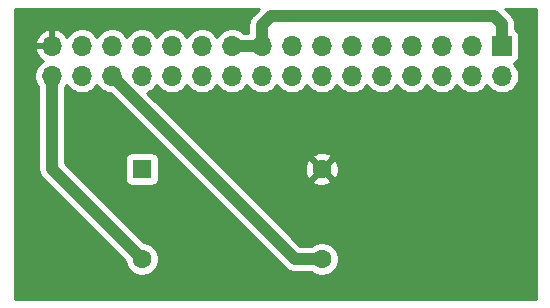
<source format=gbr>
%TF.GenerationSoftware,KiCad,Pcbnew,(5.1.6)-1*%
%TF.CreationDate,2021-03-03T13:24:50-05:00*%
%TF.ProjectId,Super EGA-120,53757065-7220-4454-9741-2d3132302e6b,rev?*%
%TF.SameCoordinates,Original*%
%TF.FileFunction,Copper,L1,Top*%
%TF.FilePolarity,Positive*%
%FSLAX46Y46*%
G04 Gerber Fmt 4.6, Leading zero omitted, Abs format (unit mm)*
G04 Created by KiCad (PCBNEW (5.1.6)-1) date 2021-03-03 13:24:50*
%MOMM*%
%LPD*%
G01*
G04 APERTURE LIST*
%TA.AperFunction,ComponentPad*%
%ADD10O,1.700000X1.700000*%
%TD*%
%TA.AperFunction,ComponentPad*%
%ADD11R,1.700000X1.700000*%
%TD*%
%TA.AperFunction,ComponentPad*%
%ADD12R,1.600000X1.600000*%
%TD*%
%TA.AperFunction,ComponentPad*%
%ADD13C,1.600000*%
%TD*%
%TA.AperFunction,Conductor*%
%ADD14C,1.000000*%
%TD*%
%TA.AperFunction,Conductor*%
%ADD15C,0.254000*%
%TD*%
G04 APERTURE END LIST*
D10*
%TO.P,J1,2*%
%TO.N,Net-(J1-Pad2)*%
X165862000Y-89662000D03*
D11*
%TO.P,J1,1*%
%TO.N,Net-(J1-Pad1)*%
X165862000Y-87122000D03*
D10*
%TO.P,J1,4*%
%TO.N,Net-(J1-Pad4)*%
X163322000Y-89662000D03*
%TO.P,J1,3*%
%TO.N,Net-(J1-Pad3)*%
X163322000Y-87122000D03*
%TO.P,J1,6*%
%TO.N,Net-(J1-Pad6)*%
X160782000Y-89662000D03*
%TO.P,J1,5*%
%TO.N,Net-(J1-Pad5)*%
X160782000Y-87122000D03*
%TO.P,J1,8*%
%TO.N,Net-(J1-Pad8)*%
X158242000Y-89662000D03*
%TO.P,J1,7*%
%TO.N,Net-(J1-Pad7)*%
X158242000Y-87122000D03*
%TO.P,J1,10*%
%TO.N,Net-(J1-Pad10)*%
X155702000Y-89662000D03*
%TO.P,J1,9*%
%TO.N,Net-(J1-Pad9)*%
X155702000Y-87122000D03*
%TO.P,J1,12*%
%TO.N,Net-(J1-Pad12)*%
X153162000Y-89662000D03*
%TO.P,J1,11*%
%TO.N,Net-(J1-Pad11)*%
X153162000Y-87122000D03*
%TO.P,J1,14*%
%TO.N,Net-(J1-Pad14)*%
X150622000Y-89662000D03*
%TO.P,J1,13*%
%TO.N,Net-(J1-Pad13)*%
X150622000Y-87122000D03*
%TO.P,J1,16*%
%TO.N,Net-(J1-Pad16)*%
X148082000Y-89662000D03*
%TO.P,J1,15*%
%TO.N,Net-(J1-Pad15)*%
X148082000Y-87122000D03*
%TO.P,J1,18*%
%TO.N,Net-(J1-Pad18)*%
X145542000Y-89662000D03*
%TO.P,J1,17*%
%TO.N,Net-(J1-Pad1)*%
X145542000Y-87122000D03*
%TO.P,J1,20*%
%TO.N,Net-(J1-Pad20)*%
X143002000Y-89662000D03*
%TO.P,J1,19*%
%TO.N,Net-(J1-Pad1)*%
X143002000Y-87122000D03*
%TO.P,J1,22*%
%TO.N,Net-(J1-Pad22)*%
X140462000Y-89662000D03*
%TO.P,J1,21*%
%TO.N,Net-(J1-Pad21)*%
X140462000Y-87122000D03*
%TO.P,J1,24*%
%TO.N,Net-(J1-Pad24)*%
X137922000Y-89662000D03*
%TO.P,J1,23*%
%TO.N,Net-(J1-Pad23)*%
X137922000Y-87122000D03*
%TO.P,J1,26*%
%TO.N,Net-(J1-Pad26)*%
X135382000Y-89662000D03*
%TO.P,J1,25*%
%TO.N,Net-(J1-Pad25)*%
X135382000Y-87122000D03*
%TO.P,J1,28*%
%TO.N,Net-(J1-Pad28)*%
X132842000Y-89662000D03*
%TO.P,J1,27*%
%TO.N,Net-(J1-Pad27)*%
X132842000Y-87122000D03*
%TO.P,J1,30*%
%TO.N,Net-(J1-Pad30)*%
X130302000Y-89662000D03*
%TO.P,J1,29*%
%TO.N,Net-(J1-Pad29)*%
X130302000Y-87122000D03*
%TO.P,J1,32*%
%TO.N,Net-(J1-Pad32)*%
X127762000Y-89662000D03*
%TO.P,J1,31*%
%TO.N,Net-(J1-Pad31)*%
X127762000Y-87122000D03*
%TD*%
D12*
%TO.P,X1,1*%
%TO.N,Net-(X1-Pad1)*%
X135382000Y-97536000D03*
D13*
%TO.P,X1,14*%
%TO.N,Net-(J1-Pad32)*%
X135382000Y-105156000D03*
%TO.P,X1,8*%
%TO.N,Net-(J1-Pad28)*%
X150622000Y-105156000D03*
%TO.P,X1,7*%
%TO.N,Net-(J1-Pad31)*%
X150622000Y-97536000D03*
%TD*%
D14*
%TO.N,Net-(J1-Pad1)*%
X165862000Y-85272000D02*
X165172000Y-84582000D01*
X165862000Y-87122000D02*
X165862000Y-85272000D01*
X165172000Y-84582000D02*
X146304000Y-84582000D01*
X145542000Y-85344000D02*
X145542000Y-87122000D01*
X146304000Y-84582000D02*
X145542000Y-85344000D01*
X143002000Y-87122000D02*
X145542000Y-87122000D01*
%TO.N,Net-(J1-Pad28)*%
X148336000Y-105156000D02*
X132842000Y-89662000D01*
X150622000Y-105156000D02*
X148336000Y-105156000D01*
%TO.N,Net-(J1-Pad32)*%
X127762000Y-97536000D02*
X127762000Y-89662000D01*
X135382000Y-105156000D02*
X127762000Y-97536000D01*
%TD*%
D15*
%TO.N,Net-(J1-Pad31)*%
G36*
X144778864Y-84502005D02*
G01*
X144735551Y-84537551D01*
X144593716Y-84710377D01*
X144526809Y-84835553D01*
X144488324Y-84907554D01*
X144423423Y-85121502D01*
X144401509Y-85344000D01*
X144407000Y-85399751D01*
X144407000Y-85987000D01*
X143967107Y-85987000D01*
X143948632Y-85968525D01*
X143705411Y-85806010D01*
X143435158Y-85694068D01*
X143148260Y-85637000D01*
X142855740Y-85637000D01*
X142568842Y-85694068D01*
X142298589Y-85806010D01*
X142055368Y-85968525D01*
X141848525Y-86175368D01*
X141732000Y-86349760D01*
X141615475Y-86175368D01*
X141408632Y-85968525D01*
X141165411Y-85806010D01*
X140895158Y-85694068D01*
X140608260Y-85637000D01*
X140315740Y-85637000D01*
X140028842Y-85694068D01*
X139758589Y-85806010D01*
X139515368Y-85968525D01*
X139308525Y-86175368D01*
X139192000Y-86349760D01*
X139075475Y-86175368D01*
X138868632Y-85968525D01*
X138625411Y-85806010D01*
X138355158Y-85694068D01*
X138068260Y-85637000D01*
X137775740Y-85637000D01*
X137488842Y-85694068D01*
X137218589Y-85806010D01*
X136975368Y-85968525D01*
X136768525Y-86175368D01*
X136652000Y-86349760D01*
X136535475Y-86175368D01*
X136328632Y-85968525D01*
X136085411Y-85806010D01*
X135815158Y-85694068D01*
X135528260Y-85637000D01*
X135235740Y-85637000D01*
X134948842Y-85694068D01*
X134678589Y-85806010D01*
X134435368Y-85968525D01*
X134228525Y-86175368D01*
X134112000Y-86349760D01*
X133995475Y-86175368D01*
X133788632Y-85968525D01*
X133545411Y-85806010D01*
X133275158Y-85694068D01*
X132988260Y-85637000D01*
X132695740Y-85637000D01*
X132408842Y-85694068D01*
X132138589Y-85806010D01*
X131895368Y-85968525D01*
X131688525Y-86175368D01*
X131572000Y-86349760D01*
X131455475Y-86175368D01*
X131248632Y-85968525D01*
X131005411Y-85806010D01*
X130735158Y-85694068D01*
X130448260Y-85637000D01*
X130155740Y-85637000D01*
X129868842Y-85694068D01*
X129598589Y-85806010D01*
X129355368Y-85968525D01*
X129148525Y-86175368D01*
X129026805Y-86357534D01*
X128957178Y-86240645D01*
X128762269Y-86024412D01*
X128528920Y-85850359D01*
X128266099Y-85725175D01*
X128118890Y-85680524D01*
X127889000Y-85801845D01*
X127889000Y-86995000D01*
X127909000Y-86995000D01*
X127909000Y-87249000D01*
X127889000Y-87249000D01*
X127889000Y-87269000D01*
X127635000Y-87269000D01*
X127635000Y-87249000D01*
X126441186Y-87249000D01*
X126320519Y-87478891D01*
X126417843Y-87753252D01*
X126566822Y-88003355D01*
X126761731Y-88219588D01*
X126991406Y-88390900D01*
X126815368Y-88508525D01*
X126608525Y-88715368D01*
X126446010Y-88958589D01*
X126334068Y-89228842D01*
X126277000Y-89515740D01*
X126277000Y-89808260D01*
X126334068Y-90095158D01*
X126446010Y-90365411D01*
X126608525Y-90608632D01*
X126627001Y-90627108D01*
X126627000Y-97480248D01*
X126621509Y-97536000D01*
X126627000Y-97591751D01*
X126643423Y-97758498D01*
X126708324Y-97972446D01*
X126813716Y-98169623D01*
X126955551Y-98342449D01*
X126998865Y-98377996D01*
X133954150Y-105333282D01*
X134002147Y-105574574D01*
X134110320Y-105835727D01*
X134267363Y-106070759D01*
X134467241Y-106270637D01*
X134702273Y-106427680D01*
X134963426Y-106535853D01*
X135240665Y-106591000D01*
X135523335Y-106591000D01*
X135800574Y-106535853D01*
X136061727Y-106427680D01*
X136296759Y-106270637D01*
X136496637Y-106070759D01*
X136653680Y-105835727D01*
X136761853Y-105574574D01*
X136817000Y-105297335D01*
X136817000Y-105014665D01*
X136761853Y-104737426D01*
X136653680Y-104476273D01*
X136496637Y-104241241D01*
X136296759Y-104041363D01*
X136061727Y-103884320D01*
X135800574Y-103776147D01*
X135559282Y-103728150D01*
X128897000Y-97065869D01*
X128897000Y-96736000D01*
X133943928Y-96736000D01*
X133943928Y-98336000D01*
X133956188Y-98460482D01*
X133992498Y-98580180D01*
X134051463Y-98690494D01*
X134130815Y-98787185D01*
X134227506Y-98866537D01*
X134337820Y-98925502D01*
X134457518Y-98961812D01*
X134582000Y-98974072D01*
X136182000Y-98974072D01*
X136306482Y-98961812D01*
X136426180Y-98925502D01*
X136536494Y-98866537D01*
X136633185Y-98787185D01*
X136712537Y-98690494D01*
X136771502Y-98580180D01*
X136807812Y-98460482D01*
X136820072Y-98336000D01*
X136820072Y-96736000D01*
X136807812Y-96611518D01*
X136771502Y-96491820D01*
X136712537Y-96381506D01*
X136633185Y-96284815D01*
X136536494Y-96205463D01*
X136426180Y-96146498D01*
X136306482Y-96110188D01*
X136182000Y-96097928D01*
X134582000Y-96097928D01*
X134457518Y-96110188D01*
X134337820Y-96146498D01*
X134227506Y-96205463D01*
X134130815Y-96284815D01*
X134051463Y-96381506D01*
X133992498Y-96491820D01*
X133956188Y-96611518D01*
X133943928Y-96736000D01*
X128897000Y-96736000D01*
X128897000Y-90627107D01*
X128915475Y-90608632D01*
X129032000Y-90434240D01*
X129148525Y-90608632D01*
X129355368Y-90815475D01*
X129598589Y-90977990D01*
X129868842Y-91089932D01*
X130155740Y-91147000D01*
X130448260Y-91147000D01*
X130735158Y-91089932D01*
X131005411Y-90977990D01*
X131248632Y-90815475D01*
X131455475Y-90608632D01*
X131572000Y-90434240D01*
X131688525Y-90608632D01*
X131895368Y-90815475D01*
X132138589Y-90977990D01*
X132408842Y-91089932D01*
X132695740Y-91147000D01*
X132721869Y-91147000D01*
X147494009Y-105919141D01*
X147529551Y-105962449D01*
X147702377Y-106104284D01*
X147899551Y-106209675D01*
X147899553Y-106209676D01*
X148113501Y-106274577D01*
X148336000Y-106296491D01*
X148391751Y-106291000D01*
X149737716Y-106291000D01*
X149942273Y-106427680D01*
X150203426Y-106535853D01*
X150480665Y-106591000D01*
X150763335Y-106591000D01*
X151040574Y-106535853D01*
X151301727Y-106427680D01*
X151536759Y-106270637D01*
X151736637Y-106070759D01*
X151893680Y-105835727D01*
X152001853Y-105574574D01*
X152057000Y-105297335D01*
X152057000Y-105014665D01*
X152001853Y-104737426D01*
X151893680Y-104476273D01*
X151736637Y-104241241D01*
X151536759Y-104041363D01*
X151301727Y-103884320D01*
X151040574Y-103776147D01*
X150763335Y-103721000D01*
X150480665Y-103721000D01*
X150203426Y-103776147D01*
X149942273Y-103884320D01*
X149737716Y-104021000D01*
X148806132Y-104021000D01*
X143313834Y-98528702D01*
X149808903Y-98528702D01*
X149880486Y-98772671D01*
X150135996Y-98893571D01*
X150410184Y-98962300D01*
X150692512Y-98976217D01*
X150972130Y-98934787D01*
X151238292Y-98839603D01*
X151363514Y-98772671D01*
X151435097Y-98528702D01*
X150622000Y-97715605D01*
X149808903Y-98528702D01*
X143313834Y-98528702D01*
X142391644Y-97606512D01*
X149181783Y-97606512D01*
X149223213Y-97886130D01*
X149318397Y-98152292D01*
X149385329Y-98277514D01*
X149629298Y-98349097D01*
X150442395Y-97536000D01*
X150801605Y-97536000D01*
X151614702Y-98349097D01*
X151858671Y-98277514D01*
X151979571Y-98022004D01*
X152048300Y-97747816D01*
X152062217Y-97465488D01*
X152020787Y-97185870D01*
X151925603Y-96919708D01*
X151858671Y-96794486D01*
X151614702Y-96722903D01*
X150801605Y-97536000D01*
X150442395Y-97536000D01*
X149629298Y-96722903D01*
X149385329Y-96794486D01*
X149264429Y-97049996D01*
X149195700Y-97324184D01*
X149181783Y-97606512D01*
X142391644Y-97606512D01*
X141328430Y-96543298D01*
X149808903Y-96543298D01*
X150622000Y-97356395D01*
X151435097Y-96543298D01*
X151363514Y-96299329D01*
X151108004Y-96178429D01*
X150833816Y-96109700D01*
X150551488Y-96095783D01*
X150271870Y-96137213D01*
X150005708Y-96232397D01*
X149880486Y-96299329D01*
X149808903Y-96543298D01*
X141328430Y-96543298D01*
X135857517Y-91072386D01*
X136085411Y-90977990D01*
X136328632Y-90815475D01*
X136535475Y-90608632D01*
X136652000Y-90434240D01*
X136768525Y-90608632D01*
X136975368Y-90815475D01*
X137218589Y-90977990D01*
X137488842Y-91089932D01*
X137775740Y-91147000D01*
X138068260Y-91147000D01*
X138355158Y-91089932D01*
X138625411Y-90977990D01*
X138868632Y-90815475D01*
X139075475Y-90608632D01*
X139192000Y-90434240D01*
X139308525Y-90608632D01*
X139515368Y-90815475D01*
X139758589Y-90977990D01*
X140028842Y-91089932D01*
X140315740Y-91147000D01*
X140608260Y-91147000D01*
X140895158Y-91089932D01*
X141165411Y-90977990D01*
X141408632Y-90815475D01*
X141615475Y-90608632D01*
X141732000Y-90434240D01*
X141848525Y-90608632D01*
X142055368Y-90815475D01*
X142298589Y-90977990D01*
X142568842Y-91089932D01*
X142855740Y-91147000D01*
X143148260Y-91147000D01*
X143435158Y-91089932D01*
X143705411Y-90977990D01*
X143948632Y-90815475D01*
X144155475Y-90608632D01*
X144272000Y-90434240D01*
X144388525Y-90608632D01*
X144595368Y-90815475D01*
X144838589Y-90977990D01*
X145108842Y-91089932D01*
X145395740Y-91147000D01*
X145688260Y-91147000D01*
X145975158Y-91089932D01*
X146245411Y-90977990D01*
X146488632Y-90815475D01*
X146695475Y-90608632D01*
X146812000Y-90434240D01*
X146928525Y-90608632D01*
X147135368Y-90815475D01*
X147378589Y-90977990D01*
X147648842Y-91089932D01*
X147935740Y-91147000D01*
X148228260Y-91147000D01*
X148515158Y-91089932D01*
X148785411Y-90977990D01*
X149028632Y-90815475D01*
X149235475Y-90608632D01*
X149352000Y-90434240D01*
X149468525Y-90608632D01*
X149675368Y-90815475D01*
X149918589Y-90977990D01*
X150188842Y-91089932D01*
X150475740Y-91147000D01*
X150768260Y-91147000D01*
X151055158Y-91089932D01*
X151325411Y-90977990D01*
X151568632Y-90815475D01*
X151775475Y-90608632D01*
X151892000Y-90434240D01*
X152008525Y-90608632D01*
X152215368Y-90815475D01*
X152458589Y-90977990D01*
X152728842Y-91089932D01*
X153015740Y-91147000D01*
X153308260Y-91147000D01*
X153595158Y-91089932D01*
X153865411Y-90977990D01*
X154108632Y-90815475D01*
X154315475Y-90608632D01*
X154432000Y-90434240D01*
X154548525Y-90608632D01*
X154755368Y-90815475D01*
X154998589Y-90977990D01*
X155268842Y-91089932D01*
X155555740Y-91147000D01*
X155848260Y-91147000D01*
X156135158Y-91089932D01*
X156405411Y-90977990D01*
X156648632Y-90815475D01*
X156855475Y-90608632D01*
X156972000Y-90434240D01*
X157088525Y-90608632D01*
X157295368Y-90815475D01*
X157538589Y-90977990D01*
X157808842Y-91089932D01*
X158095740Y-91147000D01*
X158388260Y-91147000D01*
X158675158Y-91089932D01*
X158945411Y-90977990D01*
X159188632Y-90815475D01*
X159395475Y-90608632D01*
X159512000Y-90434240D01*
X159628525Y-90608632D01*
X159835368Y-90815475D01*
X160078589Y-90977990D01*
X160348842Y-91089932D01*
X160635740Y-91147000D01*
X160928260Y-91147000D01*
X161215158Y-91089932D01*
X161485411Y-90977990D01*
X161728632Y-90815475D01*
X161935475Y-90608632D01*
X162052000Y-90434240D01*
X162168525Y-90608632D01*
X162375368Y-90815475D01*
X162618589Y-90977990D01*
X162888842Y-91089932D01*
X163175740Y-91147000D01*
X163468260Y-91147000D01*
X163755158Y-91089932D01*
X164025411Y-90977990D01*
X164268632Y-90815475D01*
X164475475Y-90608632D01*
X164592000Y-90434240D01*
X164708525Y-90608632D01*
X164915368Y-90815475D01*
X165158589Y-90977990D01*
X165428842Y-91089932D01*
X165715740Y-91147000D01*
X166008260Y-91147000D01*
X166295158Y-91089932D01*
X166565411Y-90977990D01*
X166808632Y-90815475D01*
X167015475Y-90608632D01*
X167177990Y-90365411D01*
X167289932Y-90095158D01*
X167347000Y-89808260D01*
X167347000Y-89515740D01*
X167289932Y-89228842D01*
X167177990Y-88958589D01*
X167015475Y-88715368D01*
X166883620Y-88583513D01*
X166956180Y-88561502D01*
X167066494Y-88502537D01*
X167163185Y-88423185D01*
X167242537Y-88326494D01*
X167301502Y-88216180D01*
X167337812Y-88096482D01*
X167350072Y-87972000D01*
X167350072Y-86272000D01*
X167337812Y-86147518D01*
X167301502Y-86027820D01*
X167242537Y-85917506D01*
X167163185Y-85820815D01*
X167066494Y-85741463D01*
X166997000Y-85704317D01*
X166997000Y-85327741D01*
X167002490Y-85271999D01*
X166997000Y-85216257D01*
X166997000Y-85216248D01*
X166980577Y-85049501D01*
X166915676Y-84835553D01*
X166810284Y-84638377D01*
X166668449Y-84465551D01*
X166625135Y-84430004D01*
X166167131Y-83972000D01*
X168758000Y-83972000D01*
X168758001Y-108560000D01*
X124612000Y-108560000D01*
X124612000Y-86765109D01*
X126320519Y-86765109D01*
X126441186Y-86995000D01*
X127635000Y-86995000D01*
X127635000Y-85801845D01*
X127405110Y-85680524D01*
X127257901Y-85725175D01*
X126995080Y-85850359D01*
X126761731Y-86024412D01*
X126566822Y-86240645D01*
X126417843Y-86490748D01*
X126320519Y-86765109D01*
X124612000Y-86765109D01*
X124612000Y-83972000D01*
X145308868Y-83972000D01*
X144778864Y-84502005D01*
G37*
X144778864Y-84502005D02*
X144735551Y-84537551D01*
X144593716Y-84710377D01*
X144526809Y-84835553D01*
X144488324Y-84907554D01*
X144423423Y-85121502D01*
X144401509Y-85344000D01*
X144407000Y-85399751D01*
X144407000Y-85987000D01*
X143967107Y-85987000D01*
X143948632Y-85968525D01*
X143705411Y-85806010D01*
X143435158Y-85694068D01*
X143148260Y-85637000D01*
X142855740Y-85637000D01*
X142568842Y-85694068D01*
X142298589Y-85806010D01*
X142055368Y-85968525D01*
X141848525Y-86175368D01*
X141732000Y-86349760D01*
X141615475Y-86175368D01*
X141408632Y-85968525D01*
X141165411Y-85806010D01*
X140895158Y-85694068D01*
X140608260Y-85637000D01*
X140315740Y-85637000D01*
X140028842Y-85694068D01*
X139758589Y-85806010D01*
X139515368Y-85968525D01*
X139308525Y-86175368D01*
X139192000Y-86349760D01*
X139075475Y-86175368D01*
X138868632Y-85968525D01*
X138625411Y-85806010D01*
X138355158Y-85694068D01*
X138068260Y-85637000D01*
X137775740Y-85637000D01*
X137488842Y-85694068D01*
X137218589Y-85806010D01*
X136975368Y-85968525D01*
X136768525Y-86175368D01*
X136652000Y-86349760D01*
X136535475Y-86175368D01*
X136328632Y-85968525D01*
X136085411Y-85806010D01*
X135815158Y-85694068D01*
X135528260Y-85637000D01*
X135235740Y-85637000D01*
X134948842Y-85694068D01*
X134678589Y-85806010D01*
X134435368Y-85968525D01*
X134228525Y-86175368D01*
X134112000Y-86349760D01*
X133995475Y-86175368D01*
X133788632Y-85968525D01*
X133545411Y-85806010D01*
X133275158Y-85694068D01*
X132988260Y-85637000D01*
X132695740Y-85637000D01*
X132408842Y-85694068D01*
X132138589Y-85806010D01*
X131895368Y-85968525D01*
X131688525Y-86175368D01*
X131572000Y-86349760D01*
X131455475Y-86175368D01*
X131248632Y-85968525D01*
X131005411Y-85806010D01*
X130735158Y-85694068D01*
X130448260Y-85637000D01*
X130155740Y-85637000D01*
X129868842Y-85694068D01*
X129598589Y-85806010D01*
X129355368Y-85968525D01*
X129148525Y-86175368D01*
X129026805Y-86357534D01*
X128957178Y-86240645D01*
X128762269Y-86024412D01*
X128528920Y-85850359D01*
X128266099Y-85725175D01*
X128118890Y-85680524D01*
X127889000Y-85801845D01*
X127889000Y-86995000D01*
X127909000Y-86995000D01*
X127909000Y-87249000D01*
X127889000Y-87249000D01*
X127889000Y-87269000D01*
X127635000Y-87269000D01*
X127635000Y-87249000D01*
X126441186Y-87249000D01*
X126320519Y-87478891D01*
X126417843Y-87753252D01*
X126566822Y-88003355D01*
X126761731Y-88219588D01*
X126991406Y-88390900D01*
X126815368Y-88508525D01*
X126608525Y-88715368D01*
X126446010Y-88958589D01*
X126334068Y-89228842D01*
X126277000Y-89515740D01*
X126277000Y-89808260D01*
X126334068Y-90095158D01*
X126446010Y-90365411D01*
X126608525Y-90608632D01*
X126627001Y-90627108D01*
X126627000Y-97480248D01*
X126621509Y-97536000D01*
X126627000Y-97591751D01*
X126643423Y-97758498D01*
X126708324Y-97972446D01*
X126813716Y-98169623D01*
X126955551Y-98342449D01*
X126998865Y-98377996D01*
X133954150Y-105333282D01*
X134002147Y-105574574D01*
X134110320Y-105835727D01*
X134267363Y-106070759D01*
X134467241Y-106270637D01*
X134702273Y-106427680D01*
X134963426Y-106535853D01*
X135240665Y-106591000D01*
X135523335Y-106591000D01*
X135800574Y-106535853D01*
X136061727Y-106427680D01*
X136296759Y-106270637D01*
X136496637Y-106070759D01*
X136653680Y-105835727D01*
X136761853Y-105574574D01*
X136817000Y-105297335D01*
X136817000Y-105014665D01*
X136761853Y-104737426D01*
X136653680Y-104476273D01*
X136496637Y-104241241D01*
X136296759Y-104041363D01*
X136061727Y-103884320D01*
X135800574Y-103776147D01*
X135559282Y-103728150D01*
X128897000Y-97065869D01*
X128897000Y-96736000D01*
X133943928Y-96736000D01*
X133943928Y-98336000D01*
X133956188Y-98460482D01*
X133992498Y-98580180D01*
X134051463Y-98690494D01*
X134130815Y-98787185D01*
X134227506Y-98866537D01*
X134337820Y-98925502D01*
X134457518Y-98961812D01*
X134582000Y-98974072D01*
X136182000Y-98974072D01*
X136306482Y-98961812D01*
X136426180Y-98925502D01*
X136536494Y-98866537D01*
X136633185Y-98787185D01*
X136712537Y-98690494D01*
X136771502Y-98580180D01*
X136807812Y-98460482D01*
X136820072Y-98336000D01*
X136820072Y-96736000D01*
X136807812Y-96611518D01*
X136771502Y-96491820D01*
X136712537Y-96381506D01*
X136633185Y-96284815D01*
X136536494Y-96205463D01*
X136426180Y-96146498D01*
X136306482Y-96110188D01*
X136182000Y-96097928D01*
X134582000Y-96097928D01*
X134457518Y-96110188D01*
X134337820Y-96146498D01*
X134227506Y-96205463D01*
X134130815Y-96284815D01*
X134051463Y-96381506D01*
X133992498Y-96491820D01*
X133956188Y-96611518D01*
X133943928Y-96736000D01*
X128897000Y-96736000D01*
X128897000Y-90627107D01*
X128915475Y-90608632D01*
X129032000Y-90434240D01*
X129148525Y-90608632D01*
X129355368Y-90815475D01*
X129598589Y-90977990D01*
X129868842Y-91089932D01*
X130155740Y-91147000D01*
X130448260Y-91147000D01*
X130735158Y-91089932D01*
X131005411Y-90977990D01*
X131248632Y-90815475D01*
X131455475Y-90608632D01*
X131572000Y-90434240D01*
X131688525Y-90608632D01*
X131895368Y-90815475D01*
X132138589Y-90977990D01*
X132408842Y-91089932D01*
X132695740Y-91147000D01*
X132721869Y-91147000D01*
X147494009Y-105919141D01*
X147529551Y-105962449D01*
X147702377Y-106104284D01*
X147899551Y-106209675D01*
X147899553Y-106209676D01*
X148113501Y-106274577D01*
X148336000Y-106296491D01*
X148391751Y-106291000D01*
X149737716Y-106291000D01*
X149942273Y-106427680D01*
X150203426Y-106535853D01*
X150480665Y-106591000D01*
X150763335Y-106591000D01*
X151040574Y-106535853D01*
X151301727Y-106427680D01*
X151536759Y-106270637D01*
X151736637Y-106070759D01*
X151893680Y-105835727D01*
X152001853Y-105574574D01*
X152057000Y-105297335D01*
X152057000Y-105014665D01*
X152001853Y-104737426D01*
X151893680Y-104476273D01*
X151736637Y-104241241D01*
X151536759Y-104041363D01*
X151301727Y-103884320D01*
X151040574Y-103776147D01*
X150763335Y-103721000D01*
X150480665Y-103721000D01*
X150203426Y-103776147D01*
X149942273Y-103884320D01*
X149737716Y-104021000D01*
X148806132Y-104021000D01*
X143313834Y-98528702D01*
X149808903Y-98528702D01*
X149880486Y-98772671D01*
X150135996Y-98893571D01*
X150410184Y-98962300D01*
X150692512Y-98976217D01*
X150972130Y-98934787D01*
X151238292Y-98839603D01*
X151363514Y-98772671D01*
X151435097Y-98528702D01*
X150622000Y-97715605D01*
X149808903Y-98528702D01*
X143313834Y-98528702D01*
X142391644Y-97606512D01*
X149181783Y-97606512D01*
X149223213Y-97886130D01*
X149318397Y-98152292D01*
X149385329Y-98277514D01*
X149629298Y-98349097D01*
X150442395Y-97536000D01*
X150801605Y-97536000D01*
X151614702Y-98349097D01*
X151858671Y-98277514D01*
X151979571Y-98022004D01*
X152048300Y-97747816D01*
X152062217Y-97465488D01*
X152020787Y-97185870D01*
X151925603Y-96919708D01*
X151858671Y-96794486D01*
X151614702Y-96722903D01*
X150801605Y-97536000D01*
X150442395Y-97536000D01*
X149629298Y-96722903D01*
X149385329Y-96794486D01*
X149264429Y-97049996D01*
X149195700Y-97324184D01*
X149181783Y-97606512D01*
X142391644Y-97606512D01*
X141328430Y-96543298D01*
X149808903Y-96543298D01*
X150622000Y-97356395D01*
X151435097Y-96543298D01*
X151363514Y-96299329D01*
X151108004Y-96178429D01*
X150833816Y-96109700D01*
X150551488Y-96095783D01*
X150271870Y-96137213D01*
X150005708Y-96232397D01*
X149880486Y-96299329D01*
X149808903Y-96543298D01*
X141328430Y-96543298D01*
X135857517Y-91072386D01*
X136085411Y-90977990D01*
X136328632Y-90815475D01*
X136535475Y-90608632D01*
X136652000Y-90434240D01*
X136768525Y-90608632D01*
X136975368Y-90815475D01*
X137218589Y-90977990D01*
X137488842Y-91089932D01*
X137775740Y-91147000D01*
X138068260Y-91147000D01*
X138355158Y-91089932D01*
X138625411Y-90977990D01*
X138868632Y-90815475D01*
X139075475Y-90608632D01*
X139192000Y-90434240D01*
X139308525Y-90608632D01*
X139515368Y-90815475D01*
X139758589Y-90977990D01*
X140028842Y-91089932D01*
X140315740Y-91147000D01*
X140608260Y-91147000D01*
X140895158Y-91089932D01*
X141165411Y-90977990D01*
X141408632Y-90815475D01*
X141615475Y-90608632D01*
X141732000Y-90434240D01*
X141848525Y-90608632D01*
X142055368Y-90815475D01*
X142298589Y-90977990D01*
X142568842Y-91089932D01*
X142855740Y-91147000D01*
X143148260Y-91147000D01*
X143435158Y-91089932D01*
X143705411Y-90977990D01*
X143948632Y-90815475D01*
X144155475Y-90608632D01*
X144272000Y-90434240D01*
X144388525Y-90608632D01*
X144595368Y-90815475D01*
X144838589Y-90977990D01*
X145108842Y-91089932D01*
X145395740Y-91147000D01*
X145688260Y-91147000D01*
X145975158Y-91089932D01*
X146245411Y-90977990D01*
X146488632Y-90815475D01*
X146695475Y-90608632D01*
X146812000Y-90434240D01*
X146928525Y-90608632D01*
X147135368Y-90815475D01*
X147378589Y-90977990D01*
X147648842Y-91089932D01*
X147935740Y-91147000D01*
X148228260Y-91147000D01*
X148515158Y-91089932D01*
X148785411Y-90977990D01*
X149028632Y-90815475D01*
X149235475Y-90608632D01*
X149352000Y-90434240D01*
X149468525Y-90608632D01*
X149675368Y-90815475D01*
X149918589Y-90977990D01*
X150188842Y-91089932D01*
X150475740Y-91147000D01*
X150768260Y-91147000D01*
X151055158Y-91089932D01*
X151325411Y-90977990D01*
X151568632Y-90815475D01*
X151775475Y-90608632D01*
X151892000Y-90434240D01*
X152008525Y-90608632D01*
X152215368Y-90815475D01*
X152458589Y-90977990D01*
X152728842Y-91089932D01*
X153015740Y-91147000D01*
X153308260Y-91147000D01*
X153595158Y-91089932D01*
X153865411Y-90977990D01*
X154108632Y-90815475D01*
X154315475Y-90608632D01*
X154432000Y-90434240D01*
X154548525Y-90608632D01*
X154755368Y-90815475D01*
X154998589Y-90977990D01*
X155268842Y-91089932D01*
X155555740Y-91147000D01*
X155848260Y-91147000D01*
X156135158Y-91089932D01*
X156405411Y-90977990D01*
X156648632Y-90815475D01*
X156855475Y-90608632D01*
X156972000Y-90434240D01*
X157088525Y-90608632D01*
X157295368Y-90815475D01*
X157538589Y-90977990D01*
X157808842Y-91089932D01*
X158095740Y-91147000D01*
X158388260Y-91147000D01*
X158675158Y-91089932D01*
X158945411Y-90977990D01*
X159188632Y-90815475D01*
X159395475Y-90608632D01*
X159512000Y-90434240D01*
X159628525Y-90608632D01*
X159835368Y-90815475D01*
X160078589Y-90977990D01*
X160348842Y-91089932D01*
X160635740Y-91147000D01*
X160928260Y-91147000D01*
X161215158Y-91089932D01*
X161485411Y-90977990D01*
X161728632Y-90815475D01*
X161935475Y-90608632D01*
X162052000Y-90434240D01*
X162168525Y-90608632D01*
X162375368Y-90815475D01*
X162618589Y-90977990D01*
X162888842Y-91089932D01*
X163175740Y-91147000D01*
X163468260Y-91147000D01*
X163755158Y-91089932D01*
X164025411Y-90977990D01*
X164268632Y-90815475D01*
X164475475Y-90608632D01*
X164592000Y-90434240D01*
X164708525Y-90608632D01*
X164915368Y-90815475D01*
X165158589Y-90977990D01*
X165428842Y-91089932D01*
X165715740Y-91147000D01*
X166008260Y-91147000D01*
X166295158Y-91089932D01*
X166565411Y-90977990D01*
X166808632Y-90815475D01*
X167015475Y-90608632D01*
X167177990Y-90365411D01*
X167289932Y-90095158D01*
X167347000Y-89808260D01*
X167347000Y-89515740D01*
X167289932Y-89228842D01*
X167177990Y-88958589D01*
X167015475Y-88715368D01*
X166883620Y-88583513D01*
X166956180Y-88561502D01*
X167066494Y-88502537D01*
X167163185Y-88423185D01*
X167242537Y-88326494D01*
X167301502Y-88216180D01*
X167337812Y-88096482D01*
X167350072Y-87972000D01*
X167350072Y-86272000D01*
X167337812Y-86147518D01*
X167301502Y-86027820D01*
X167242537Y-85917506D01*
X167163185Y-85820815D01*
X167066494Y-85741463D01*
X166997000Y-85704317D01*
X166997000Y-85327741D01*
X167002490Y-85271999D01*
X166997000Y-85216257D01*
X166997000Y-85216248D01*
X166980577Y-85049501D01*
X166915676Y-84835553D01*
X166810284Y-84638377D01*
X166668449Y-84465551D01*
X166625135Y-84430004D01*
X166167131Y-83972000D01*
X168758000Y-83972000D01*
X168758001Y-108560000D01*
X124612000Y-108560000D01*
X124612000Y-86765109D01*
X126320519Y-86765109D01*
X126441186Y-86995000D01*
X127635000Y-86995000D01*
X127635000Y-85801845D01*
X127405110Y-85680524D01*
X127257901Y-85725175D01*
X126995080Y-85850359D01*
X126761731Y-86024412D01*
X126566822Y-86240645D01*
X126417843Y-86490748D01*
X126320519Y-86765109D01*
X124612000Y-86765109D01*
X124612000Y-83972000D01*
X145308868Y-83972000D01*
X144778864Y-84502005D01*
%TD*%
M02*

</source>
